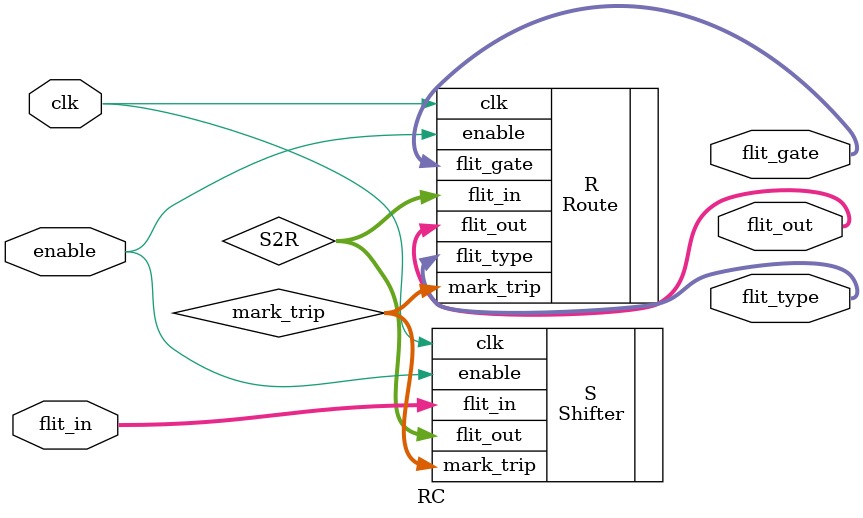
<source format=v>
module RC #(parameter Addr=4'b0000 ) (
    input clk,
    input enable,
    input [31:0]flit_in,
    output [31:0] flit_out,
    output [2:0] flit_gate,
    output [1:0] flit_type
    );
wire [19:0] mark_trip;
wire [31:0] S2R;
Shifter #(.addr(Addr)) S(
                    .clk(clk),
                    .enable(enable), 
                    .flit_in(flit_in), 
                    .mark_trip(mark_trip), 
                    .flit_out(S2R)
                    );
                    
Route #(.addr(Addr)) R(
                    .clk(clk), 
                    .enable(enable), 
                    .flit_in(S2R), 
                    .mark_trip(mark_trip), 
                    .flit_out(flit_out), 
                    .flit_gate(flit_gate),
                    .flit_type(flit_type)
                    );               
endmodule


//end 
//endmodule

</source>
